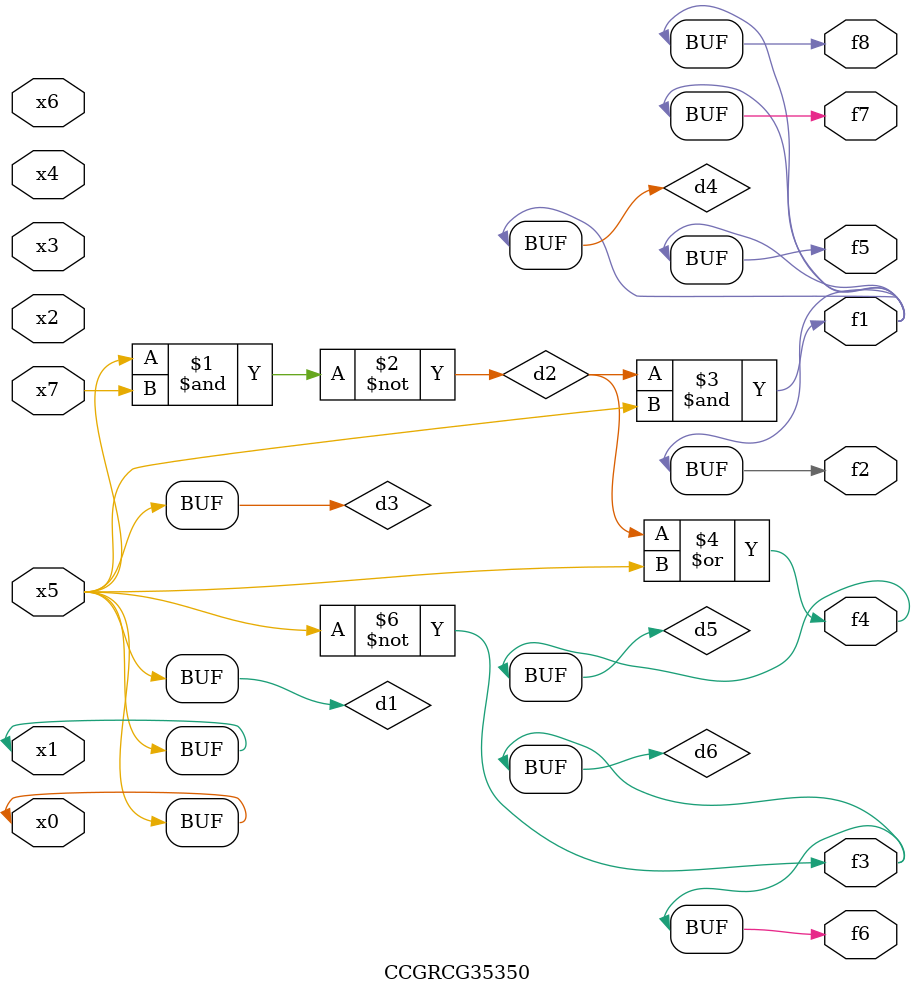
<source format=v>
module CCGRCG35350(
	input x0, x1, x2, x3, x4, x5, x6, x7,
	output f1, f2, f3, f4, f5, f6, f7, f8
);

	wire d1, d2, d3, d4, d5, d6;

	buf (d1, x0, x5);
	nand (d2, x5, x7);
	buf (d3, x0, x1);
	and (d4, d2, d3);
	or (d5, d2, d3);
	nor (d6, d1, d3);
	assign f1 = d4;
	assign f2 = d4;
	assign f3 = d6;
	assign f4 = d5;
	assign f5 = d4;
	assign f6 = d6;
	assign f7 = d4;
	assign f8 = d4;
endmodule

</source>
